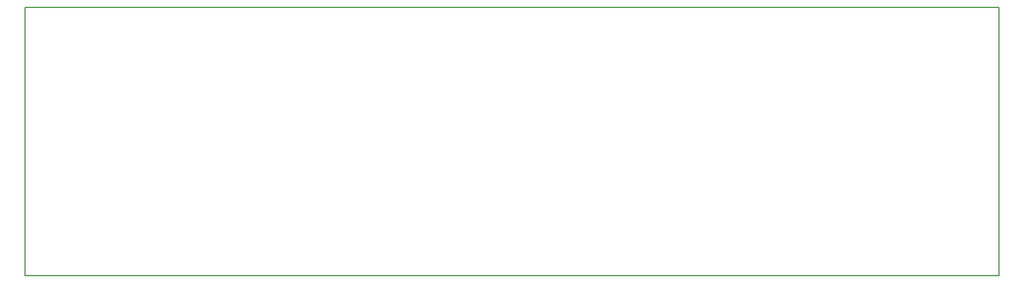
<source format=gbr>
%TF.GenerationSoftware,KiCad,Pcbnew,(6.0.7)*%
%TF.CreationDate,2022-09-09T12:51:11-07:00*%
%TF.ProjectId,12AQ5_lpf_rfout,31324151-355f-46c7-9066-5f72666f7574,rev?*%
%TF.SameCoordinates,Original*%
%TF.FileFunction,Profile,NP*%
%FSLAX46Y46*%
G04 Gerber Fmt 4.6, Leading zero omitted, Abs format (unit mm)*
G04 Created by KiCad (PCBNEW (6.0.7)) date 2022-09-09 12:51:11*
%MOMM*%
%LPD*%
G01*
G04 APERTURE LIST*
%TA.AperFunction,Profile*%
%ADD10C,0.200000*%
%TD*%
G04 APERTURE END LIST*
D10*
X235350000Y-74900000D02*
X90350000Y-74900000D01*
X90350000Y-74900000D02*
X90350000Y-114900000D01*
X90350000Y-114900000D02*
X235350000Y-114900000D01*
X235350000Y-114900000D02*
X235350000Y-74900000D01*
M02*

</source>
